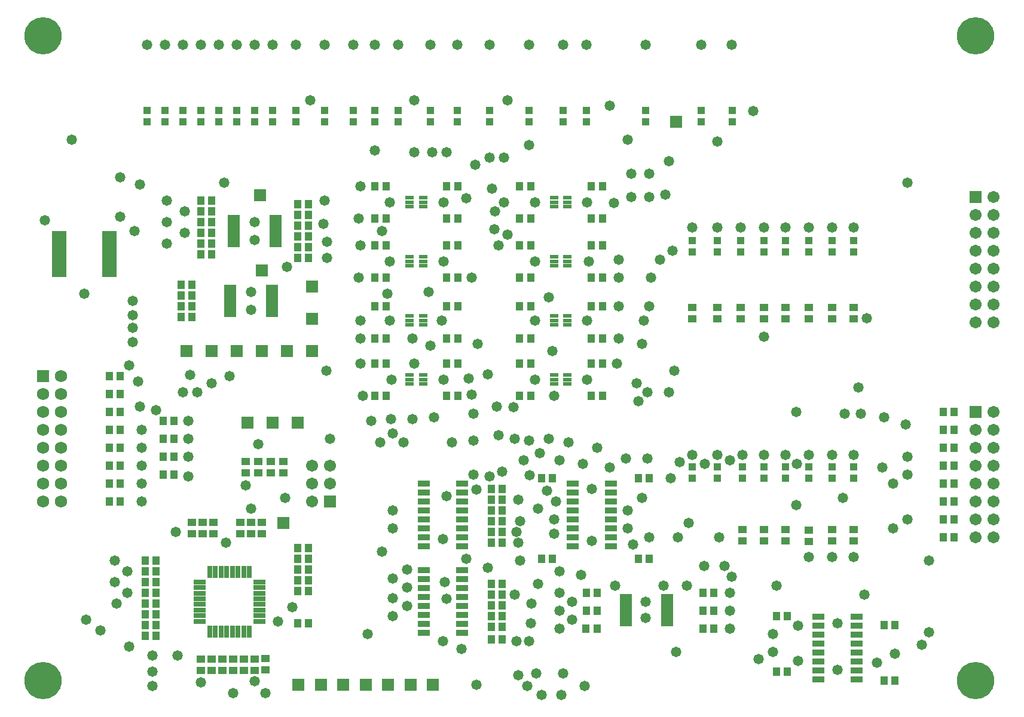
<source format=gts>
G04*
G04 #@! TF.GenerationSoftware,Altium Limited,Altium Designer,22.3.1 (43)*
G04*
G04 Layer_Color=8388736*
%FSLAX25Y25*%
%MOIN*%
G70*
G04*
G04 #@! TF.SameCoordinates,F71B8339-E566-44E3-B05A-047308818BE7*
G04*
G04*
G04 #@! TF.FilePolarity,Negative*
G04*
G01*
G75*
%ADD24R,0.06804X0.03359*%
%ADD25R,0.03950X0.04540*%
%ADD26R,0.03950X0.03950*%
%ADD27R,0.04934X0.02375*%
%ADD28R,0.07887X0.02572*%
%ADD29R,0.06607X0.02572*%
%ADD30R,0.04540X0.03950*%
%ADD31R,0.03162X0.06607*%
%ADD32R,0.06607X0.03162*%
%ADD33R,0.06706X0.06706*%
%ADD34C,0.20800*%
%ADD35C,0.06706*%
%ADD36R,0.06706X0.06706*%
%ADD37C,0.06800*%
%ADD38R,0.06800X0.06800*%
%ADD39C,0.05800*%
D24*
X232323Y130000D02*
D03*
Y125000D02*
D03*
Y120000D02*
D03*
Y115000D02*
D03*
Y110000D02*
D03*
Y105000D02*
D03*
Y100000D02*
D03*
Y95000D02*
D03*
X253677D02*
D03*
Y100000D02*
D03*
Y105000D02*
D03*
Y110000D02*
D03*
Y115000D02*
D03*
Y120000D02*
D03*
Y125000D02*
D03*
Y130000D02*
D03*
Y81500D02*
D03*
Y76500D02*
D03*
Y71500D02*
D03*
Y66500D02*
D03*
Y61500D02*
D03*
Y56500D02*
D03*
Y51500D02*
D03*
Y46500D02*
D03*
X232323D02*
D03*
Y51500D02*
D03*
Y56500D02*
D03*
Y61500D02*
D03*
Y66500D02*
D03*
Y71500D02*
D03*
Y76500D02*
D03*
Y81500D02*
D03*
X315323Y130000D02*
D03*
Y125000D02*
D03*
Y120000D02*
D03*
Y115000D02*
D03*
Y110000D02*
D03*
Y105000D02*
D03*
Y100000D02*
D03*
Y95000D02*
D03*
X336677D02*
D03*
Y100000D02*
D03*
Y105000D02*
D03*
Y110000D02*
D03*
Y115000D02*
D03*
Y120000D02*
D03*
Y125000D02*
D03*
Y130000D02*
D03*
X452323Y55500D02*
D03*
Y50500D02*
D03*
Y45500D02*
D03*
Y40500D02*
D03*
Y35500D02*
D03*
Y30500D02*
D03*
Y25500D02*
D03*
Y20500D02*
D03*
X473677D02*
D03*
Y25500D02*
D03*
Y30500D02*
D03*
Y35500D02*
D03*
Y40500D02*
D03*
Y45500D02*
D03*
Y50500D02*
D03*
Y55500D02*
D03*
D25*
X269850Y56000D02*
D03*
X276150D02*
D03*
X297850Y133000D02*
D03*
X304150D02*
D03*
X358150D02*
D03*
X351850D02*
D03*
X358150Y88000D02*
D03*
X351850D02*
D03*
X297850D02*
D03*
X304150D02*
D03*
X428850Y56000D02*
D03*
X435150D02*
D03*
X495150Y20000D02*
D03*
X488850D02*
D03*
X495150Y51000D02*
D03*
X488850D02*
D03*
X428850Y25000D02*
D03*
X435150D02*
D03*
X114150Y258000D02*
D03*
X107850D02*
D03*
X285591Y278000D02*
D03*
X291890D02*
D03*
X205090Y179000D02*
D03*
X211390D02*
D03*
X205090Y197000D02*
D03*
X211390D02*
D03*
X205090Y211000D02*
D03*
X211390D02*
D03*
X205090Y229000D02*
D03*
X211390D02*
D03*
X205090Y245000D02*
D03*
X211390D02*
D03*
X205090Y263000D02*
D03*
X211390D02*
D03*
X205090Y296000D02*
D03*
X211390D02*
D03*
X205090Y278000D02*
D03*
X329150Y69000D02*
D03*
X322850D02*
D03*
X329150Y59000D02*
D03*
X322850D02*
D03*
X329000Y49000D02*
D03*
X322701D02*
D03*
X387850D02*
D03*
X394150D02*
D03*
X387850Y59000D02*
D03*
X394150D02*
D03*
X387850Y69000D02*
D03*
X394150D02*
D03*
X114150Y288000D02*
D03*
X107850D02*
D03*
Y282000D02*
D03*
X114150D02*
D03*
Y276000D02*
D03*
X107850D02*
D03*
Y270000D02*
D03*
X114150D02*
D03*
X103150Y241000D02*
D03*
X96850D02*
D03*
Y235000D02*
D03*
X103150D02*
D03*
X114150Y264000D02*
D03*
X107850D02*
D03*
X103150Y229000D02*
D03*
X96850D02*
D03*
Y223000D02*
D03*
X103150D02*
D03*
X161850Y262000D02*
D03*
X168150D02*
D03*
Y256000D02*
D03*
X161850D02*
D03*
Y274000D02*
D03*
X168150D02*
D03*
Y268000D02*
D03*
X161850D02*
D03*
Y286000D02*
D03*
X168150D02*
D03*
Y280000D02*
D03*
X161850D02*
D03*
X63150Y190000D02*
D03*
X56850D02*
D03*
X63150Y180000D02*
D03*
X56850D02*
D03*
X86850Y165000D02*
D03*
X93150D02*
D03*
X63150Y170000D02*
D03*
X56850D02*
D03*
X86850Y155000D02*
D03*
X93150D02*
D03*
X63150Y160000D02*
D03*
X56850D02*
D03*
X86850Y145000D02*
D03*
X93150D02*
D03*
X63150Y150000D02*
D03*
X56850D02*
D03*
X86850Y135000D02*
D03*
X93150D02*
D03*
X63150Y140000D02*
D03*
X56850D02*
D03*
X63150Y130000D02*
D03*
X56850D02*
D03*
X63150Y120000D02*
D03*
X56850D02*
D03*
X161850Y94000D02*
D03*
X168150D02*
D03*
X76850Y87000D02*
D03*
X83150D02*
D03*
X161850Y88000D02*
D03*
X168150D02*
D03*
X76850Y81000D02*
D03*
X83150D02*
D03*
X161850Y82000D02*
D03*
X168150D02*
D03*
X76850Y75000D02*
D03*
X83150D02*
D03*
X161850Y76000D02*
D03*
X168150D02*
D03*
X76850Y69000D02*
D03*
X83150D02*
D03*
X161850Y70000D02*
D03*
X168150D02*
D03*
X76850Y63000D02*
D03*
X83150D02*
D03*
X161850Y52000D02*
D03*
X168150D02*
D03*
X76850Y57000D02*
D03*
X83150D02*
D03*
X76850Y51000D02*
D03*
X83150D02*
D03*
X76850Y45000D02*
D03*
X83150D02*
D03*
X276150Y109000D02*
D03*
X269850D02*
D03*
X276150Y62000D02*
D03*
X269850D02*
D03*
X276150Y115000D02*
D03*
X269850D02*
D03*
X276150Y74000D02*
D03*
X269850D02*
D03*
X276150Y127000D02*
D03*
X269850D02*
D03*
X276150Y68000D02*
D03*
X269850D02*
D03*
X276150Y121000D02*
D03*
X269850D02*
D03*
X276150Y50000D02*
D03*
X269850D02*
D03*
X276150Y103000D02*
D03*
X269850D02*
D03*
Y43000D02*
D03*
X276150D02*
D03*
X269850Y97000D02*
D03*
X276150D02*
D03*
X211390Y278000D02*
D03*
X291890Y296000D02*
D03*
X285591D02*
D03*
X331890Y278000D02*
D03*
X325590D02*
D03*
X251390D02*
D03*
X245091D02*
D03*
X325590Y296000D02*
D03*
X331890D02*
D03*
X245091D02*
D03*
X251390D02*
D03*
X291890Y245000D02*
D03*
X285591D02*
D03*
X291890Y263000D02*
D03*
X285591D02*
D03*
X331890Y245000D02*
D03*
X325590D02*
D03*
X251390D02*
D03*
X245091D02*
D03*
X325590Y263000D02*
D03*
X331890D02*
D03*
X245091D02*
D03*
X251390D02*
D03*
X521850Y170000D02*
D03*
X528150D02*
D03*
X521850Y160000D02*
D03*
X528150D02*
D03*
X521850Y150000D02*
D03*
X528150D02*
D03*
X521850Y140000D02*
D03*
X528150D02*
D03*
X521850Y130000D02*
D03*
X528150D02*
D03*
X521850Y120000D02*
D03*
X528150D02*
D03*
X521850Y110000D02*
D03*
X528150D02*
D03*
X521850Y100000D02*
D03*
X528150D02*
D03*
X291890Y211000D02*
D03*
X285591D02*
D03*
X291890Y229000D02*
D03*
X285591D02*
D03*
X331890Y211000D02*
D03*
X325590D02*
D03*
X251390D02*
D03*
X245091D02*
D03*
X325590Y229000D02*
D03*
X331890D02*
D03*
X245091D02*
D03*
X251390D02*
D03*
X291890Y179000D02*
D03*
X285591D02*
D03*
X291890Y197000D02*
D03*
X285591D02*
D03*
X331890Y179000D02*
D03*
X325590D02*
D03*
X251390D02*
D03*
X245091D02*
D03*
X325590Y197000D02*
D03*
X331890D02*
D03*
X245091D02*
D03*
X251390D02*
D03*
D26*
X161000Y338150D02*
D03*
Y331850D02*
D03*
X193000Y338150D02*
D03*
Y331850D02*
D03*
X382000Y265650D02*
D03*
Y259350D02*
D03*
X396000Y265650D02*
D03*
Y259350D02*
D03*
X409000Y265650D02*
D03*
Y259350D02*
D03*
X422000Y265650D02*
D03*
Y259350D02*
D03*
X434000Y265650D02*
D03*
Y259350D02*
D03*
X447000Y265650D02*
D03*
Y259350D02*
D03*
X460000Y265650D02*
D03*
Y259350D02*
D03*
X472000Y265650D02*
D03*
Y259350D02*
D03*
X78000Y331850D02*
D03*
Y338150D02*
D03*
X88000Y331850D02*
D03*
Y338150D02*
D03*
X98000Y331850D02*
D03*
Y338150D02*
D03*
X108000Y331850D02*
D03*
Y338150D02*
D03*
X118000Y331850D02*
D03*
Y338150D02*
D03*
X128000Y331850D02*
D03*
Y338150D02*
D03*
X138000Y331850D02*
D03*
Y338150D02*
D03*
X148000Y331850D02*
D03*
Y338150D02*
D03*
X218000Y331850D02*
D03*
Y338150D02*
D03*
X205000Y331850D02*
D03*
Y338150D02*
D03*
X177000Y331850D02*
D03*
Y338150D02*
D03*
X356000Y331850D02*
D03*
Y338150D02*
D03*
X251000Y331850D02*
D03*
Y338150D02*
D03*
X236000Y331850D02*
D03*
Y338150D02*
D03*
X472000Y132850D02*
D03*
Y139150D02*
D03*
X460000Y132850D02*
D03*
Y139150D02*
D03*
X447000Y132850D02*
D03*
Y139150D02*
D03*
X434000Y132850D02*
D03*
Y139150D02*
D03*
X422000Y132850D02*
D03*
Y139150D02*
D03*
X410000Y132850D02*
D03*
Y139150D02*
D03*
X396000Y132850D02*
D03*
Y139150D02*
D03*
X382000Y132850D02*
D03*
Y139150D02*
D03*
X387000Y331850D02*
D03*
Y338150D02*
D03*
X404500Y331850D02*
D03*
Y338150D02*
D03*
X291000Y331850D02*
D03*
Y338150D02*
D03*
X269000Y331850D02*
D03*
Y338150D02*
D03*
X323000Y331850D02*
D03*
Y338150D02*
D03*
X310000Y331850D02*
D03*
Y338150D02*
D03*
D27*
X224500Y223559D02*
D03*
Y221000D02*
D03*
Y218441D02*
D03*
X231980D02*
D03*
Y221000D02*
D03*
Y223559D02*
D03*
X224500Y256559D02*
D03*
Y254000D02*
D03*
Y251441D02*
D03*
X231980D02*
D03*
Y254000D02*
D03*
Y256559D02*
D03*
Y284441D02*
D03*
X312480Y289559D02*
D03*
Y287000D02*
D03*
Y284441D02*
D03*
X305000D02*
D03*
Y287000D02*
D03*
Y289559D02*
D03*
X231980D02*
D03*
Y287000D02*
D03*
X224500Y284441D02*
D03*
Y287000D02*
D03*
Y289559D02*
D03*
X312480Y256559D02*
D03*
Y254000D02*
D03*
Y251441D02*
D03*
X305000D02*
D03*
Y254000D02*
D03*
Y256559D02*
D03*
X312480Y223559D02*
D03*
Y221000D02*
D03*
Y218441D02*
D03*
X305000D02*
D03*
Y221000D02*
D03*
Y223559D02*
D03*
X312480Y190559D02*
D03*
Y188000D02*
D03*
Y185441D02*
D03*
X305000D02*
D03*
Y188000D02*
D03*
Y190559D02*
D03*
X231980D02*
D03*
Y188000D02*
D03*
Y185441D02*
D03*
X224500D02*
D03*
Y188000D02*
D03*
Y190559D02*
D03*
D28*
X29024Y269516D02*
D03*
Y266957D02*
D03*
Y264398D02*
D03*
Y261839D02*
D03*
Y259279D02*
D03*
Y256720D02*
D03*
Y254161D02*
D03*
Y251602D02*
D03*
Y249043D02*
D03*
Y246484D02*
D03*
X56976D02*
D03*
Y249043D02*
D03*
Y251602D02*
D03*
Y254161D02*
D03*
Y256720D02*
D03*
Y259279D02*
D03*
Y261839D02*
D03*
Y264398D02*
D03*
Y266957D02*
D03*
Y269516D02*
D03*
D29*
X344866Y66795D02*
D03*
Y64236D02*
D03*
Y61677D02*
D03*
Y59118D02*
D03*
Y56559D02*
D03*
Y54000D02*
D03*
Y51441D02*
D03*
X368000D02*
D03*
Y54000D02*
D03*
Y56559D02*
D03*
Y59118D02*
D03*
Y61677D02*
D03*
Y64236D02*
D03*
Y66795D02*
D03*
X126433Y278677D02*
D03*
Y276118D02*
D03*
Y273559D02*
D03*
Y271000D02*
D03*
Y268441D02*
D03*
Y265882D02*
D03*
Y263323D02*
D03*
X149567D02*
D03*
Y265882D02*
D03*
Y268441D02*
D03*
Y271000D02*
D03*
Y273559D02*
D03*
Y276118D02*
D03*
Y278677D02*
D03*
X124433Y239677D02*
D03*
Y237118D02*
D03*
Y234559D02*
D03*
Y232000D02*
D03*
Y229441D02*
D03*
Y226882D02*
D03*
Y224323D02*
D03*
X147567D02*
D03*
Y226882D02*
D03*
Y229441D02*
D03*
Y232000D02*
D03*
Y234559D02*
D03*
Y237118D02*
D03*
Y239677D02*
D03*
D30*
X472000Y104150D02*
D03*
Y97850D02*
D03*
X460000Y104150D02*
D03*
Y97850D02*
D03*
X447000Y104000D02*
D03*
Y97701D02*
D03*
X434000Y104150D02*
D03*
Y97850D02*
D03*
X422000Y104150D02*
D03*
Y97850D02*
D03*
X410000Y104150D02*
D03*
Y97850D02*
D03*
X472000Y228150D02*
D03*
Y221850D02*
D03*
X460000Y228150D02*
D03*
Y221850D02*
D03*
X447000Y228150D02*
D03*
Y221850D02*
D03*
X434000Y228150D02*
D03*
Y221850D02*
D03*
X422000Y228150D02*
D03*
Y221850D02*
D03*
X409000Y228150D02*
D03*
Y221850D02*
D03*
X396000Y228150D02*
D03*
Y221850D02*
D03*
X382000Y228150D02*
D03*
Y221850D02*
D03*
X140000Y135850D02*
D03*
Y142150D02*
D03*
X154000Y135850D02*
D03*
Y142150D02*
D03*
X147000D02*
D03*
Y135850D02*
D03*
X133000Y142150D02*
D03*
Y135850D02*
D03*
X130000Y102000D02*
D03*
Y108299D02*
D03*
X115000Y108150D02*
D03*
Y101850D02*
D03*
X136000D02*
D03*
Y108150D02*
D03*
X109000D02*
D03*
Y101850D02*
D03*
X142000D02*
D03*
Y108150D02*
D03*
X103000D02*
D03*
Y101850D02*
D03*
X144000Y32150D02*
D03*
Y25850D02*
D03*
X138000Y31950D02*
D03*
Y25650D02*
D03*
X132000Y31950D02*
D03*
Y25650D02*
D03*
X126000Y31950D02*
D03*
Y25650D02*
D03*
X108000D02*
D03*
Y31950D02*
D03*
X120000D02*
D03*
Y25650D02*
D03*
X114000Y31950D02*
D03*
Y25650D02*
D03*
D31*
X112976Y80685D02*
D03*
X116126D02*
D03*
X119276D02*
D03*
X122425D02*
D03*
X125575D02*
D03*
X128724D02*
D03*
X131874D02*
D03*
X135024D02*
D03*
Y47315D02*
D03*
X131874D02*
D03*
X128724D02*
D03*
X125575D02*
D03*
X122425D02*
D03*
X119276D02*
D03*
X116126D02*
D03*
X112976D02*
D03*
D32*
X140685Y75024D02*
D03*
Y71874D02*
D03*
Y68724D02*
D03*
Y65575D02*
D03*
Y62425D02*
D03*
Y59276D02*
D03*
Y56126D02*
D03*
Y52976D02*
D03*
X107315D02*
D03*
Y56126D02*
D03*
Y59276D02*
D03*
Y62425D02*
D03*
Y65575D02*
D03*
Y68724D02*
D03*
Y71874D02*
D03*
Y75024D02*
D03*
D33*
X142000Y249000D02*
D03*
X100000Y204000D02*
D03*
X114000D02*
D03*
X141000Y291000D02*
D03*
X142000Y204000D02*
D03*
X128000D02*
D03*
X170000D02*
D03*
X156000D02*
D03*
X170000Y240000D02*
D03*
Y222000D02*
D03*
X162000Y164000D02*
D03*
X373000Y332000D02*
D03*
X148000Y164000D02*
D03*
X134000D02*
D03*
X154000Y108000D02*
D03*
X237500Y17500D02*
D03*
X225000D02*
D03*
X212500D02*
D03*
X200000D02*
D03*
X187500D02*
D03*
X175000D02*
D03*
X162500D02*
D03*
D34*
X20000Y380000D02*
D03*
X540000D02*
D03*
Y20000D02*
D03*
X20000D02*
D03*
D35*
X170000Y140000D02*
D03*
X180000D02*
D03*
X170000Y130000D02*
D03*
X180000D02*
D03*
X170000Y120000D02*
D03*
X550000Y290000D02*
D03*
X540000Y280000D02*
D03*
X550000D02*
D03*
X540000Y270000D02*
D03*
X550000D02*
D03*
X540000Y260000D02*
D03*
X550000D02*
D03*
X540000Y250000D02*
D03*
X550000D02*
D03*
X540000Y240000D02*
D03*
X550000D02*
D03*
X540000Y230000D02*
D03*
X550000D02*
D03*
X540000Y220000D02*
D03*
X550000D02*
D03*
Y170000D02*
D03*
X540000Y160000D02*
D03*
X550000D02*
D03*
X540000Y150000D02*
D03*
X550000D02*
D03*
X540000Y140000D02*
D03*
X550000D02*
D03*
X540000Y130000D02*
D03*
X550000D02*
D03*
X540000Y120000D02*
D03*
X550000D02*
D03*
X540000Y110000D02*
D03*
X550000D02*
D03*
X540000Y100000D02*
D03*
X550000D02*
D03*
D36*
X180000Y120000D02*
D03*
X540000Y290000D02*
D03*
Y170000D02*
D03*
D37*
X30000Y120000D02*
D03*
Y130000D02*
D03*
Y140000D02*
D03*
Y150000D02*
D03*
Y160000D02*
D03*
Y170000D02*
D03*
Y180000D02*
D03*
X20000Y120000D02*
D03*
Y130000D02*
D03*
Y140000D02*
D03*
Y150000D02*
D03*
Y160000D02*
D03*
Y170000D02*
D03*
X30000Y190000D02*
D03*
X20000Y180000D02*
D03*
D38*
Y190000D02*
D03*
D39*
X268000Y191000D02*
D03*
X260000Y169000D02*
D03*
X236000Y207000D02*
D03*
X305000Y179000D02*
D03*
X357000Y181000D02*
D03*
X369000D02*
D03*
X440000Y170000D02*
D03*
X283000Y155000D02*
D03*
X260000Y154000D02*
D03*
X345000Y144000D02*
D03*
X329000Y150000D02*
D03*
X357000Y144000D02*
D03*
X291000Y154000D02*
D03*
X313000Y153000D02*
D03*
X302000Y155000D02*
D03*
X274000Y157000D02*
D03*
X440500Y141000D02*
D03*
X298000Y12000D02*
D03*
X322000Y17000D02*
D03*
X144000Y13000D02*
D03*
X397000Y100000D02*
D03*
X440000Y118000D02*
D03*
X380000Y108000D02*
D03*
X419000Y32000D02*
D03*
X177000Y288000D02*
D03*
X176500Y275000D02*
D03*
X346000Y322000D02*
D03*
X474700Y183700D02*
D03*
X399900Y83900D02*
D03*
X388800Y84000D02*
D03*
X502100Y297800D02*
D03*
X292300Y63000D02*
D03*
X366900Y291100D02*
D03*
X338400Y286600D02*
D03*
X253300Y37700D02*
D03*
X261600Y17700D02*
D03*
X245000Y65600D02*
D03*
X244000Y75000D02*
D03*
X476000Y169000D02*
D03*
X422000Y212000D02*
D03*
X479200Y222200D02*
D03*
X261600Y126400D02*
D03*
X262400Y207900D02*
D03*
X257300Y188400D02*
D03*
X256000Y289300D02*
D03*
X270200Y294700D02*
D03*
X282200Y172500D02*
D03*
X291500Y134500D02*
D03*
X226000Y166000D02*
D03*
X238000Y167000D02*
D03*
X212000Y236000D02*
D03*
X227000Y197000D02*
D03*
X248000Y153000D02*
D03*
X235000Y237000D02*
D03*
X373000Y36000D02*
D03*
X304000Y204000D02*
D03*
X302000Y234000D02*
D03*
X372000Y193000D02*
D03*
X467000Y169000D02*
D03*
X488000Y139000D02*
D03*
X514000Y87000D02*
D03*
Y47000D02*
D03*
X478000Y68000D02*
D03*
X494000Y130000D02*
D03*
Y105000D02*
D03*
X502000Y135000D02*
D03*
X354000Y208000D02*
D03*
X355000Y221000D02*
D03*
X351000Y186000D02*
D03*
X272000Y282000D02*
D03*
X271828Y272000D02*
D03*
X279000Y269000D02*
D03*
X288000Y143000D02*
D03*
X273000Y173000D02*
D03*
X352000Y176000D02*
D03*
X259000Y179500D02*
D03*
X340000Y197000D02*
D03*
X245000Y123000D02*
D03*
X243000Y42000D02*
D03*
X260000Y135000D02*
D03*
X269000Y134000D02*
D03*
X256000Y88000D02*
D03*
X221000Y153000D02*
D03*
X209000Y92000D02*
D03*
X156000Y251000D02*
D03*
X296000Y116000D02*
D03*
X301000Y126000D02*
D03*
X305000Y102000D02*
D03*
Y110000D02*
D03*
X286000Y87000D02*
D03*
X297000Y147000D02*
D03*
X374000Y100000D02*
D03*
X358000D02*
D03*
X308000Y81000D02*
D03*
X320000Y79000D02*
D03*
X466000Y122000D02*
D03*
X178500Y256000D02*
D03*
Y265000D02*
D03*
X178000Y193000D02*
D03*
X197000Y221000D02*
D03*
X208000Y153000D02*
D03*
X198500Y179000D02*
D03*
X209000Y271000D02*
D03*
X214000Y166000D02*
D03*
X215000Y158000D02*
D03*
X259000Y245000D02*
D03*
X180000Y155000D02*
D03*
X366000Y73000D02*
D03*
X275964Y136500D02*
D03*
X309000Y12000D02*
D03*
X68000Y39000D02*
D03*
X290000Y17000D02*
D03*
X126000Y13000D02*
D03*
X285000Y23000D02*
D03*
X284000Y42000D02*
D03*
X291000D02*
D03*
X292000Y52000D02*
D03*
X138000Y19618D02*
D03*
X74000Y297000D02*
D03*
X89000Y288000D02*
D03*
Y264000D02*
D03*
X203000Y165000D02*
D03*
X226000Y211000D02*
D03*
X403000Y143000D02*
D03*
X375000Y142000D02*
D03*
X379000Y73000D02*
D03*
X341000Y211000D02*
D03*
X389000Y141000D02*
D03*
X95000Y34000D02*
D03*
X81000D02*
D03*
X94000Y103000D02*
D03*
X283000Y68000D02*
D03*
X284000Y103000D02*
D03*
X201000Y46000D02*
D03*
X108000Y19000D02*
D03*
X339000Y73000D02*
D03*
X295000Y24000D02*
D03*
X310000D02*
D03*
X308000Y69000D02*
D03*
X296000Y74000D02*
D03*
X308000Y59000D02*
D03*
X223000Y82000D02*
D03*
X358000Y229000D02*
D03*
X341000D02*
D03*
X215000Y105000D02*
D03*
Y115000D02*
D03*
X308000Y49000D02*
D03*
X215000Y56000D02*
D03*
X223000Y61500D02*
D03*
X215000Y66000D02*
D03*
Y77000D02*
D03*
X223000Y72000D02*
D03*
X403000Y49000D02*
D03*
Y59000D02*
D03*
Y69000D02*
D03*
X286000Y109000D02*
D03*
X404000Y78000D02*
D03*
X429000Y73000D02*
D03*
X197000Y197000D02*
D03*
Y263000D02*
D03*
Y296000D02*
D03*
X306000Y120000D02*
D03*
X489000Y167000D02*
D03*
X321000Y141000D02*
D03*
X308000Y143000D02*
D03*
X501000Y163000D02*
D03*
X349000Y96000D02*
D03*
X346000Y105000D02*
D03*
X502000Y145000D02*
D03*
X354000Y122000D02*
D03*
X346000Y115000D02*
D03*
X336000Y139000D02*
D03*
X268000Y83000D02*
D03*
X285000Y121000D02*
D03*
Y97000D02*
D03*
X73000Y187000D02*
D03*
X102000Y190500D02*
D03*
X74000Y173000D02*
D03*
X114000Y186000D02*
D03*
X83000Y171000D02*
D03*
X106000Y181000D02*
D03*
X124000Y190000D02*
D03*
X68000Y196000D02*
D03*
X63000Y301000D02*
D03*
X99000Y282000D02*
D03*
X227000Y315000D02*
D03*
X237000D02*
D03*
X245000D02*
D03*
X99000Y270000D02*
D03*
X121000Y298000D02*
D03*
X36000Y322000D02*
D03*
X291000Y319000D02*
D03*
X44000Y54000D02*
D03*
X52000Y48000D02*
D03*
X89000Y276000D02*
D03*
X326000Y98000D02*
D03*
Y127000D02*
D03*
X315000Y64000D02*
D03*
X472000Y89000D02*
D03*
X315000Y54000D02*
D03*
X460000Y89000D02*
D03*
X447000D02*
D03*
X356000Y55000D02*
D03*
Y64000D02*
D03*
X510000Y40000D02*
D03*
X495000Y35000D02*
D03*
X441000Y50500D02*
D03*
X427000Y36000D02*
D03*
Y46000D02*
D03*
X441000Y31000D02*
D03*
X502000Y110000D02*
D03*
X485000Y30000D02*
D03*
X463000Y26000D02*
D03*
Y52000D02*
D03*
X138000Y266000D02*
D03*
Y276000D02*
D03*
X359000Y245000D02*
D03*
X341000D02*
D03*
X364000Y255000D02*
D03*
X341000D02*
D03*
X243000Y99000D02*
D03*
X98000Y181000D02*
D03*
X205000Y316000D02*
D03*
X81000Y17000D02*
D03*
Y25000D02*
D03*
X101000Y134000D02*
D03*
Y165000D02*
D03*
Y155000D02*
D03*
Y145000D02*
D03*
X136000Y116000D02*
D03*
X155000Y122000D02*
D03*
X140000Y152000D02*
D03*
X133000Y129000D02*
D03*
X136000Y227000D02*
D03*
Y237000D02*
D03*
X70000Y232000D02*
D03*
Y224000D02*
D03*
Y217000D02*
D03*
Y209000D02*
D03*
X43000Y236000D02*
D03*
X61000Y63000D02*
D03*
X67000Y69000D02*
D03*
X60000Y75000D02*
D03*
Y87000D02*
D03*
X67000Y81000D02*
D03*
X75000Y130000D02*
D03*
Y120000D02*
D03*
Y140000D02*
D03*
Y160000D02*
D03*
Y150000D02*
D03*
X197000Y211000D02*
D03*
X196000Y245000D02*
D03*
Y278000D02*
D03*
X274000Y263000D02*
D03*
X277000Y312000D02*
D03*
Y287000D02*
D03*
X269000Y312000D02*
D03*
X261000Y308000D02*
D03*
X358000Y303000D02*
D03*
X369000Y310000D02*
D03*
X358000Y290000D02*
D03*
X348000D02*
D03*
Y303000D02*
D03*
X416000Y338000D02*
D03*
X336000Y341000D02*
D03*
X159000Y61000D02*
D03*
X151000Y53000D02*
D03*
X122000Y97000D02*
D03*
X71000Y271000D02*
D03*
X63000Y279000D02*
D03*
X21000Y277000D02*
D03*
X279000Y344000D02*
D03*
X227000D02*
D03*
X169000D02*
D03*
X472000Y146000D02*
D03*
X460000D02*
D03*
X447000D02*
D03*
X434000D02*
D03*
X422000D02*
D03*
X410000D02*
D03*
X396000D02*
D03*
X382000D02*
D03*
X472000Y273000D02*
D03*
X460000D02*
D03*
X447000D02*
D03*
X434000D02*
D03*
X422000D02*
D03*
X409000D02*
D03*
X396000D02*
D03*
X382000D02*
D03*
X323240Y287000D02*
D03*
X294240D02*
D03*
X324240Y254000D02*
D03*
X294240D02*
D03*
Y221000D02*
D03*
X323240D02*
D03*
Y188000D02*
D03*
X294240D02*
D03*
X243240D02*
D03*
X214240D02*
D03*
X242240Y221000D02*
D03*
X213240D02*
D03*
X243240Y254000D02*
D03*
X213240D02*
D03*
Y287000D02*
D03*
X243240D02*
D03*
X396000Y321000D02*
D03*
X356000Y375000D02*
D03*
X323000D02*
D03*
X310000D02*
D03*
X291000D02*
D03*
X269000D02*
D03*
X251000D02*
D03*
X236000D02*
D03*
X218000D02*
D03*
X205000D02*
D03*
X193000D02*
D03*
X177000D02*
D03*
X161000D02*
D03*
X370000Y133000D02*
D03*
X371000Y260000D02*
D03*
X404000Y375000D02*
D03*
X387000D02*
D03*
X148000D02*
D03*
X138000D02*
D03*
X128000D02*
D03*
X118000D02*
D03*
X108000D02*
D03*
X98000D02*
D03*
X88000D02*
D03*
X78000D02*
D03*
M02*

</source>
